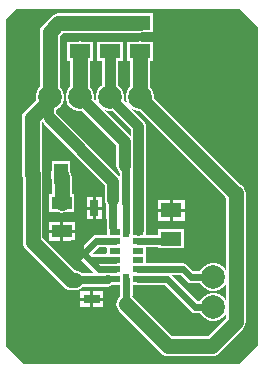
<source format=gtl>
G04*
G04 #@! TF.GenerationSoftware,Altium Limited,Altium Designer,22.9.1 (49)*
G04*
G04 Layer_Physical_Order=1*
G04 Layer_Color=255*
%FSLAX25Y25*%
%MOIN*%
G70*
G04*
G04 #@! TF.SameCoordinates,48678A20-E73A-45B2-88C3-2CBFC3E8533A*
G04*
G04*
G04 #@! TF.FilePolarity,Positive*
G04*
G01*
G75*
%ADD13R,0.06693X0.04331*%
%ADD14R,0.04724X0.07087*%
%ADD15R,0.07087X0.04724*%
%ADD16R,0.02362X0.03740*%
%ADD17R,0.03740X0.02362*%
%ADD18R,0.05512X0.03150*%
%ADD19R,0.03150X0.05512*%
%ADD28C,0.02756*%
%ADD29C,0.03937*%
%ADD30C,0.02362*%
%ADD31C,0.04921*%
%ADD32C,0.03543*%
%ADD33C,0.07874*%
G36*
X84500Y112500D02*
Y6500D01*
X78000Y0D01*
X6500D01*
X500Y6000D01*
Y114500D01*
Y115000D01*
X4000Y118500D01*
X78500D01*
X84500Y112500D01*
D02*
G37*
%LPC*%
G36*
X32653Y24276D02*
X29398D01*
Y22201D01*
X32653D01*
Y24276D01*
D02*
G37*
G36*
X28398D02*
X25142D01*
Y22201D01*
X28398D01*
Y24276D01*
D02*
G37*
G36*
X32653Y21201D02*
X29398D01*
Y19126D01*
X32653D01*
Y21201D01*
D02*
G37*
G36*
X28398D02*
X25142D01*
Y19126D01*
X28398D01*
Y21201D01*
D02*
G37*
G36*
X45000Y117000D02*
X25000D01*
X24252Y116902D01*
X17883D01*
X17035Y116790D01*
X16245Y116463D01*
X15566Y115943D01*
X12684Y113060D01*
X12163Y112381D01*
X11836Y111591D01*
X11724Y110743D01*
Y92405D01*
X11220Y91901D01*
X10598Y90824D01*
X10276Y89622D01*
Y88378D01*
X10332Y88166D01*
X6684Y84518D01*
X6163Y83839D01*
X5836Y83049D01*
X5724Y82201D01*
Y63500D01*
X5836Y62652D01*
X5999Y62256D01*
Y40724D01*
X6111Y39876D01*
X6438Y39086D01*
X6959Y38408D01*
X19683Y25684D01*
X20362Y25163D01*
X21152Y24836D01*
X22000Y24724D01*
X23500D01*
X24348Y24836D01*
X25138Y25163D01*
X25757Y25638D01*
X32441D01*
Y25792D01*
X34295D01*
X35140Y25960D01*
X35848Y26433D01*
X38556D01*
Y23242D01*
X38493Y22925D01*
Y22554D01*
X38184Y22317D01*
X37663Y21638D01*
X37336Y20848D01*
X37224Y20000D01*
X37336Y19152D01*
X37663Y18362D01*
X38184Y17684D01*
X52184Y3683D01*
X52862Y3163D01*
X53652Y2836D01*
X54500Y2724D01*
X69000D01*
X69848Y2836D01*
X70638Y3163D01*
X71316Y3683D01*
X79317Y11683D01*
X79837Y12362D01*
X80164Y13152D01*
X80276Y14000D01*
Y57000D01*
X80164Y57848D01*
X79837Y58638D01*
X79317Y59316D01*
X78638Y59837D01*
X78632Y59839D01*
X49724Y88748D01*
Y89622D01*
X49402Y90824D01*
X48781Y91901D01*
X48276Y92405D01*
Y101126D01*
X49331D01*
Y107425D01*
X45884D01*
X45848Y107440D01*
X45000Y107552D01*
X44152Y107440D01*
X44116Y107425D01*
X40669D01*
Y101126D01*
X41724D01*
Y92405D01*
X41219Y91901D01*
X40598Y90824D01*
X40276Y89622D01*
Y88378D01*
X40598Y87176D01*
X40987Y86502D01*
X39595Y87894D01*
X39724Y88378D01*
Y89622D01*
X39402Y90824D01*
X38781Y91901D01*
X37901Y92781D01*
X37581Y92965D01*
Y101126D01*
X39331D01*
Y107425D01*
X30669D01*
Y101126D01*
X32419D01*
Y92965D01*
X32099Y92781D01*
X31220Y91901D01*
X30598Y90824D01*
X30276Y89622D01*
Y88378D01*
X30540Y87391D01*
X29688Y88243D01*
X29724Y88378D01*
Y89622D01*
X29403Y90824D01*
X28780Y91901D01*
X28276Y92405D01*
Y101126D01*
X29331D01*
Y107425D01*
X25884D01*
X25848Y107440D01*
X25112Y107537D01*
X25000Y107552D01*
D01*
X25000D01*
X24152Y107440D01*
X24116Y107425D01*
X20669D01*
Y101126D01*
X21724D01*
Y92405D01*
X21219Y91901D01*
X20598Y90824D01*
X20276Y89622D01*
Y88378D01*
X20598Y87176D01*
X21219Y86099D01*
X22099Y85220D01*
X23176Y84598D01*
X24378Y84276D01*
X25622D01*
X25757Y84312D01*
X37193Y72876D01*
Y65937D01*
X37288Y65218D01*
X37565Y64547D01*
X38007Y63972D01*
X38355Y63704D01*
Y62503D01*
X38115Y62816D01*
X17208Y83723D01*
Y84819D01*
X17901Y85220D01*
X18780Y86099D01*
X19402Y87176D01*
X19724Y88378D01*
Y89622D01*
X19402Y90824D01*
X18780Y91901D01*
X18276Y92405D01*
Y109386D01*
X19240Y110350D01*
X24902D01*
X25649Y110448D01*
X45000D01*
X45848Y110560D01*
X45884Y110575D01*
X49331D01*
Y116874D01*
X45884D01*
X45848Y116889D01*
X45000Y117000D01*
D02*
G37*
%LPD*%
G36*
X34378Y84276D02*
X35622D01*
X35851Y84337D01*
X41919Y78270D01*
Y76012D01*
X33391Y84540D01*
X34378Y84276D01*
D02*
G37*
G36*
X38523Y52876D02*
X38556Y52827D01*
Y46118D01*
X38357D01*
Y48457D01*
X38512D01*
Y52933D01*
X38523Y52876D01*
D02*
G37*
G36*
X12593Y80610D02*
X13035Y80035D01*
X33370Y59699D01*
Y54850D01*
X33465Y54131D01*
X33742Y53461D01*
X33787Y53402D01*
Y48457D01*
X33942D01*
Y45850D01*
X33968Y45716D01*
Y43181D01*
X33756D01*
Y43007D01*
X30492D01*
X29851Y42880D01*
X29723Y42854D01*
X29072Y42419D01*
X25660Y39007D01*
X23865D01*
X23599Y39185D01*
X22831Y39338D01*
X22062Y39185D01*
X21411Y38750D01*
X20976Y38099D01*
X20823Y37331D01*
X20976Y36562D01*
X21411Y35911D01*
X21742Y35581D01*
X22393Y35146D01*
X22521Y35120D01*
X23161Y34993D01*
X25169D01*
X26880Y33282D01*
X26880Y33282D01*
X29799Y30362D01*
X25757D01*
X25138Y30837D01*
X24348Y31164D01*
X23500Y31276D01*
X23357D01*
X12552Y42081D01*
Y63500D01*
X12440Y64348D01*
X12425Y64384D01*
Y67831D01*
X12276D01*
Y80844D01*
X12432Y80999D01*
X12593Y80610D01*
D02*
G37*
G36*
X43176Y84598D02*
X44378Y84276D01*
X44930D01*
X73724Y55482D01*
Y31133D01*
X73281Y31901D01*
X72401Y32781D01*
X71324Y33402D01*
X70122Y33724D01*
X68878D01*
X67676Y33402D01*
X66599Y32781D01*
X65719Y31901D01*
X65203Y31007D01*
X62840D01*
X60877Y32970D01*
X60225Y33406D01*
X59457Y33558D01*
X47157D01*
Y35882D01*
Y38993D01*
X51169D01*
Y38626D01*
X59831D01*
Y44925D01*
X51169D01*
Y43007D01*
X47157D01*
Y46118D01*
X47081D01*
Y79339D01*
X46993Y80007D01*
X46886Y80265D01*
X46735Y80629D01*
X46325Y81164D01*
X42502Y84987D01*
X43176Y84598D01*
D02*
G37*
G36*
X33756Y38819D02*
X33968D01*
Y36882D01*
X33756D01*
Y36708D01*
X29131D01*
X29084Y36754D01*
X31323Y38993D01*
X33756D01*
Y38819D01*
D02*
G37*
G36*
X60589Y27581D02*
X61240Y27146D01*
X61368Y27120D01*
X62009Y26993D01*
X65203D01*
X65719Y26099D01*
X66599Y25220D01*
X67676Y24598D01*
X68878Y24276D01*
X70122D01*
X71324Y24598D01*
X72401Y25220D01*
X73281Y26099D01*
X73724Y26867D01*
Y21133D01*
X73281Y21901D01*
X72401Y22781D01*
X71324Y23402D01*
X70122Y23724D01*
X68878D01*
X67676Y23402D01*
X66599Y22781D01*
X65719Y21901D01*
X65203Y21007D01*
X64331D01*
X55794Y29544D01*
X58626D01*
X60589Y27581D01*
D02*
G37*
G36*
X44500Y26395D02*
X53267D01*
X62081Y17581D01*
X62732Y17146D01*
X63500Y16993D01*
X65203D01*
X65719Y16099D01*
X66599Y15220D01*
X67676Y14598D01*
X68878Y14276D01*
X70122D01*
X71324Y14598D01*
X72401Y15220D01*
X73281Y16099D01*
X73724Y16867D01*
Y15357D01*
X67643Y9276D01*
X55857D01*
X42816Y22317D01*
X42507Y22554D01*
Y22671D01*
X42570Y22988D01*
Y26433D01*
X44306D01*
X44500Y26395D01*
D02*
G37*
%LPC*%
G36*
X32425Y55756D02*
X30350D01*
Y52500D01*
X32425D01*
Y55756D01*
D02*
G37*
G36*
X29350D02*
X27276D01*
Y52500D01*
X29350D01*
Y55756D01*
D02*
G37*
G36*
X21874Y67831D02*
X15575D01*
Y64384D01*
X15560Y64348D01*
X15448Y63500D01*
Y62516D01*
X15560Y61668D01*
X15575Y61632D01*
Y59169D01*
X15724D01*
Y56677D01*
X14866D01*
Y50772D01*
X17641D01*
X18152Y50560D01*
X19000Y50448D01*
X19848Y50560D01*
X20359Y50772D01*
X23134D01*
Y56677D01*
X22276D01*
Y62240D01*
X22164Y63088D01*
X22001Y63484D01*
Y63500D01*
X21889Y64348D01*
X21874Y64384D01*
Y67831D01*
D02*
G37*
G36*
X32425Y51500D02*
X30350D01*
Y48244D01*
X32425D01*
Y51500D01*
D02*
G37*
G36*
X29350D02*
X27276D01*
Y48244D01*
X29350D01*
Y51500D01*
D02*
G37*
G36*
X23346Y47441D02*
X19500D01*
Y44776D01*
X23346D01*
Y47441D01*
D02*
G37*
G36*
X18500D02*
X14654D01*
Y44776D01*
X18500D01*
Y47441D01*
D02*
G37*
G36*
X23346Y43776D02*
X19500D01*
Y41110D01*
X23346D01*
Y43776D01*
D02*
G37*
G36*
X18500D02*
X14654D01*
Y41110D01*
X18500D01*
Y43776D01*
D02*
G37*
G36*
X60043Y54587D02*
X56000D01*
Y51724D01*
X60043D01*
Y54587D01*
D02*
G37*
G36*
X55000D02*
X50957D01*
Y51724D01*
X55000D01*
Y54587D01*
D02*
G37*
G36*
X60043Y50724D02*
X56000D01*
Y47862D01*
X60043D01*
Y50724D01*
D02*
G37*
G36*
X55000D02*
X50957D01*
Y47862D01*
X55000D01*
Y50724D01*
D02*
G37*
%LPD*%
D13*
X19000Y44276D02*
D03*
Y53724D02*
D03*
D14*
X9276Y63500D02*
D03*
X18724D02*
D03*
D15*
X25000Y113724D02*
D03*
Y104276D02*
D03*
X35000Y113724D02*
D03*
Y104276D02*
D03*
X45000Y113724D02*
D03*
Y104276D02*
D03*
X55500Y51224D02*
D03*
Y41776D02*
D03*
D16*
X40563Y28402D02*
D03*
Y44150D02*
D03*
D17*
X36626D02*
D03*
Y41000D02*
D03*
Y37850D02*
D03*
Y34701D02*
D03*
Y31551D02*
D03*
Y28402D02*
D03*
X44500D02*
D03*
Y31551D02*
D03*
Y34701D02*
D03*
Y37850D02*
D03*
Y41000D02*
D03*
Y44150D02*
D03*
D18*
X28898Y28000D02*
D03*
Y21701D02*
D03*
D19*
X36150Y52000D02*
D03*
X29850D02*
D03*
D28*
X15000Y82000D02*
Y88201D01*
X40563Y53720D02*
Y65346D01*
X36150Y52000D02*
Y54850D01*
X39972Y65937D02*
X40563Y65346D01*
X36150Y45850D02*
Y52000D01*
X15000Y88201D02*
Y89000D01*
X28898Y28000D02*
X34295D01*
X23500D02*
X28898D01*
X55500Y41776D02*
X56000Y41276D01*
X34295Y28000D02*
X34500Y28205D01*
D29*
X15000Y82000D02*
X36150Y60850D01*
Y54850D02*
Y60850D01*
X39972Y65937D02*
Y74028D01*
X25000Y89000D02*
X39972Y74028D01*
D30*
X28299Y34701D02*
X31449Y31551D01*
X28299Y34701D02*
X36626D01*
X26000Y37000D02*
X28299Y34701D01*
X23161Y37000D02*
X26000D01*
X26491D01*
X30492Y41000D01*
X22831Y37331D02*
X23161Y37000D01*
X30492Y41000D02*
X36626D01*
X31449Y31551D02*
X36626D01*
X63500Y19000D02*
X69500D01*
X62009Y29000D02*
X69500D01*
X44500Y28402D02*
X54098D01*
X63500Y19000D01*
X59457Y31551D02*
X62009Y29000D01*
X44500Y31551D02*
X59457D01*
X40500Y20000D02*
Y22925D01*
X40563Y22988D02*
Y28402D01*
X40500Y22925D02*
X40563Y22988D01*
Y44150D02*
Y53720D01*
X44500Y41000D02*
X57276D01*
D31*
X77000Y14000D02*
Y57000D01*
X45000Y88839D02*
Y89000D01*
Y88839D02*
X76839Y57000D01*
X77000D01*
X69000Y6000D02*
X77000Y14000D01*
X54500Y6000D02*
X69000D01*
X40500Y20000D02*
X54500Y6000D01*
X25000Y89000D02*
Y104276D01*
X25000Y104276D02*
X25000Y104276D01*
X9000Y63500D02*
Y82201D01*
X18724Y62516D02*
X19000Y62240D01*
X18724Y62516D02*
Y63500D01*
X19000Y53724D02*
Y62240D01*
X22000Y28000D02*
X23500D01*
X9276Y40724D02*
X22000Y28000D01*
X9276Y40724D02*
Y63500D01*
X15000Y89000D02*
Y110743D01*
X17883Y113626D02*
X24902D01*
X15000Y110743D02*
X17883Y113626D01*
X24902D02*
X25000Y113724D01*
X35000D01*
X45000D01*
Y89000D02*
Y104276D01*
X9000Y82201D02*
X15000Y88201D01*
D32*
X44500Y44740D02*
Y79339D01*
X35000Y88839D02*
X44500Y79339D01*
X35000Y89000D02*
Y104276D01*
Y88839D02*
Y89000D01*
D33*
X69500Y19000D02*
D03*
Y29000D02*
D03*
X15000Y89000D02*
D03*
X55000D02*
D03*
X45000D02*
D03*
X35000D02*
D03*
X25000D02*
D03*
X55000Y61500D02*
D03*
X22831Y37331D02*
D03*
X67031Y85451D02*
D03*
M02*

</source>
